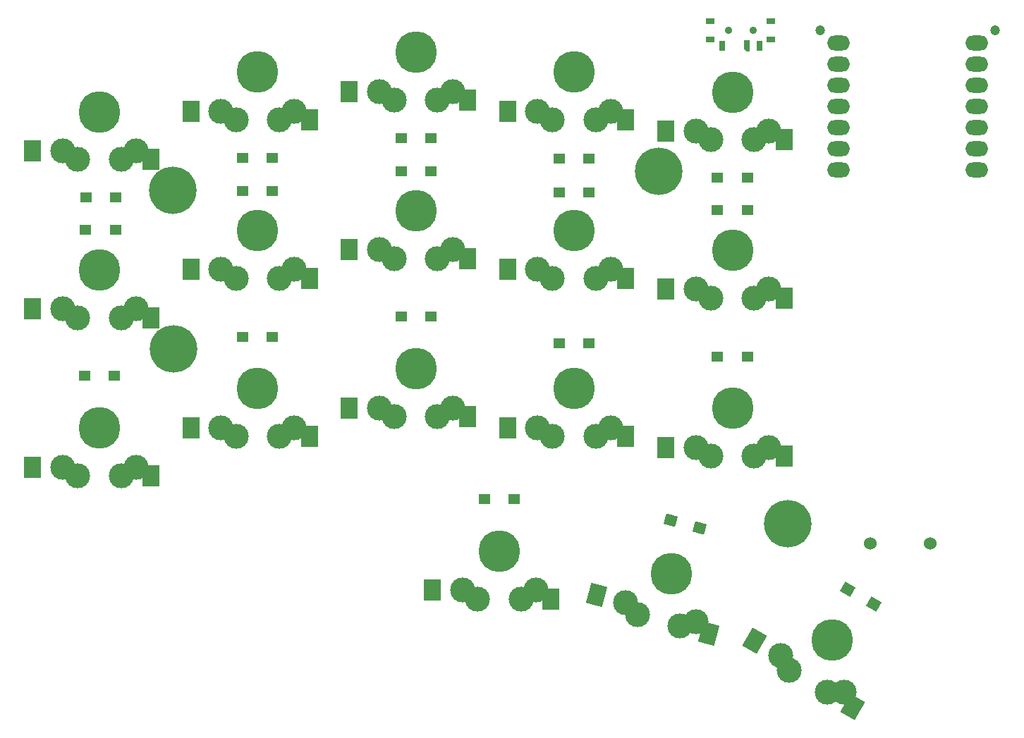
<source format=gbs>
%TF.GenerationSoftware,KiCad,Pcbnew,8.0.5*%
%TF.CreationDate,2024-10-10T02:33:46+03:00*%
%TF.ProjectId,1_3S,315f3353-2e6b-4696-9361-645f70636258,rev?*%
%TF.SameCoordinates,Original*%
%TF.FileFunction,Soldermask,Bot*%
%TF.FilePolarity,Negative*%
%FSLAX46Y46*%
G04 Gerber Fmt 4.6, Leading zero omitted, Abs format (unit mm)*
G04 Created by KiCad (PCBNEW 8.0.5) date 2024-10-10 02:33:46*
%MOMM*%
%LPD*%
G01*
G04 APERTURE LIST*
G04 Aperture macros list*
%AMRotRect*
0 Rectangle, with rotation*
0 The origin of the aperture is its center*
0 $1 length*
0 $2 width*
0 $3 Rotation angle, in degrees counterclockwise*
0 Add horizontal line*
21,1,$1,$2,0,0,$3*%
%AMOutline5P*
0 Free polygon, 5 corners , with rotation*
0 The origin of the aperture is its center*
0 number of corners: always 5*
0 $1 to $10 corner X, Y*
0 $11 Rotation angle, in degrees counterclockwise*
0 create outline with 5 corners*
4,1,5,$1,$2,$3,$4,$5,$6,$7,$8,$9,$10,$1,$2,$11*%
%AMOutline6P*
0 Free polygon, 6 corners , with rotation*
0 The origin of the aperture is its center*
0 number of corners: always 6*
0 $1 to $12 corner X, Y*
0 $13 Rotation angle, in degrees counterclockwise*
0 create outline with 6 corners*
4,1,6,$1,$2,$3,$4,$5,$6,$7,$8,$9,$10,$11,$12,$1,$2,$13*%
%AMOutline7P*
0 Free polygon, 7 corners , with rotation*
0 The origin of the aperture is its center*
0 number of corners: always 7*
0 $1 to $14 corner X, Y*
0 $15 Rotation angle, in degrees counterclockwise*
0 create outline with 7 corners*
4,1,7,$1,$2,$3,$4,$5,$6,$7,$8,$9,$10,$11,$12,$13,$14,$1,$2,$15*%
%AMOutline8P*
0 Free polygon, 8 corners , with rotation*
0 The origin of the aperture is its center*
0 number of corners: always 8*
0 $1 to $16 corner X, Y*
0 $17 Rotation angle, in degrees counterclockwise*
0 create outline with 8 corners*
4,1,8,$1,$2,$3,$4,$5,$6,$7,$8,$9,$10,$11,$12,$13,$14,$15,$16,$1,$2,$17*%
G04 Aperture macros list end*
%ADD10C,3.000000*%
%ADD11C,5.000000*%
%ADD12RotRect,2.000000X2.500000X330.000000*%
%ADD13R,2.000000X2.500000*%
%ADD14C,5.700000*%
%ADD15RotRect,2.000000X2.500000X345.000000*%
%ADD16C,1.524000*%
%ADD17RotRect,1.425000X1.300000X165.000000*%
%ADD18R,1.425000X1.300000*%
%ADD19RotRect,1.425000X1.300000X150.000000*%
%ADD20O,2.750000X1.800000*%
%ADD21C,1.200000*%
%ADD22R,1.000000X0.800000*%
%ADD23C,0.900000*%
%ADD24R,0.700000X1.280000*%
%ADD25Outline5P,-0.350000X0.640000X0.350000X0.640000X0.350000X-0.640000X-0.070000X-0.640000X-0.350000X-0.360000X0.000000*%
G04 APERTURE END LIST*
D10*
X185316752Y-132289492D03*
X186350598Y-134098819D03*
D11*
X191477264Y-130419173D03*
D10*
X190853930Y-136698819D03*
X192937776Y-136689492D03*
D12*
X182199061Y-130489492D03*
X193971622Y-138498819D03*
D10*
X118100000Y-85940970D03*
X119900000Y-86990970D03*
D11*
X122500000Y-81240970D03*
D10*
X125100000Y-86990970D03*
X126900000Y-85940970D03*
D13*
X114500000Y-85940970D03*
X128700000Y-86990970D03*
D14*
X112395000Y-95504000D03*
X112330434Y-76451869D03*
D10*
X166668553Y-125924234D03*
X168135459Y-127404330D03*
D11*
X172135076Y-122523186D03*
D10*
X173158274Y-128750189D03*
X175168700Y-128201841D03*
D15*
X163191220Y-124992485D03*
X176635607Y-129681938D03*
D10*
X99100000Y-71690970D03*
X100900000Y-72740970D03*
D11*
X103500000Y-66990970D03*
D10*
X106100000Y-72740970D03*
X107900000Y-71690970D03*
D13*
X95500000Y-71690970D03*
X109700000Y-72740970D03*
D14*
X186182152Y-116463137D03*
D10*
X156100000Y-66940970D03*
X157900000Y-67990970D03*
D11*
X160500000Y-62240970D03*
D10*
X163100000Y-67990970D03*
X164900000Y-66940970D03*
D13*
X152500000Y-66940970D03*
X166700000Y-67990970D03*
D10*
X118100000Y-104940970D03*
X119900000Y-105990970D03*
D11*
X122500000Y-100240970D03*
D10*
X125100000Y-105990970D03*
X126900000Y-104940970D03*
D13*
X114500000Y-104940970D03*
X128700000Y-105990970D03*
D10*
X175100000Y-88315970D03*
X176900000Y-89365970D03*
D11*
X179500000Y-83615970D03*
D10*
X182100000Y-89365970D03*
X183900000Y-88315970D03*
D13*
X171500000Y-88315970D03*
X185700000Y-89365970D03*
D10*
X175100000Y-69315970D03*
X176900000Y-70365970D03*
D11*
X179500000Y-64615970D03*
D10*
X182100000Y-70365970D03*
X183900000Y-69315970D03*
D13*
X171500000Y-69315970D03*
X185700000Y-70365970D03*
D10*
X156100000Y-104940970D03*
X157900000Y-105990970D03*
D11*
X160500000Y-100240970D03*
D10*
X163100000Y-105990970D03*
X164900000Y-104940970D03*
D13*
X152500000Y-104940970D03*
X166700000Y-105990970D03*
D10*
X156100000Y-85940970D03*
X157900000Y-86990970D03*
D11*
X160500000Y-81240970D03*
D10*
X163100000Y-86990970D03*
X164900000Y-85940970D03*
D13*
X152500000Y-85940970D03*
X166700000Y-86990970D03*
D16*
X196044000Y-118806000D03*
X203244000Y-118806000D03*
D10*
X118100000Y-66940970D03*
X119900000Y-67990970D03*
D11*
X122500000Y-62240970D03*
D10*
X125100000Y-67990970D03*
X126900000Y-66940970D03*
D13*
X114500000Y-66940970D03*
X128700000Y-67990970D03*
D10*
X175100000Y-107315970D03*
X176900000Y-108365970D03*
D11*
X179500000Y-102615970D03*
D10*
X182100000Y-108365970D03*
X183900000Y-107315970D03*
D13*
X171500000Y-107315970D03*
X185700000Y-108365970D03*
D10*
X99100000Y-90690970D03*
X100900000Y-91740970D03*
D11*
X103500000Y-85990970D03*
D10*
X106100000Y-91740970D03*
X107900000Y-90690970D03*
D13*
X95500000Y-90690970D03*
X109700000Y-91740970D03*
D10*
X137100000Y-64565970D03*
X138900000Y-65615970D03*
D11*
X141500000Y-59865970D03*
D10*
X144100000Y-65615970D03*
X145900000Y-64565970D03*
D13*
X133500000Y-64565970D03*
X147700000Y-65615970D03*
D10*
X147100000Y-124440700D03*
X148900000Y-125490700D03*
D11*
X151500000Y-119740700D03*
D10*
X154100000Y-125490700D03*
X155900000Y-124440700D03*
D13*
X143500000Y-124440700D03*
X157700000Y-125490700D03*
D10*
X137100000Y-102565970D03*
X138900000Y-103615970D03*
D11*
X141500000Y-97865970D03*
D10*
X144100000Y-103615970D03*
X145900000Y-102565970D03*
D13*
X133500000Y-102565970D03*
X147700000Y-103615970D03*
D10*
X99100000Y-109690970D03*
X100900000Y-110740970D03*
D11*
X103500000Y-104990970D03*
D10*
X106100000Y-110740970D03*
X107900000Y-109690970D03*
D13*
X95500000Y-109690970D03*
X109700000Y-110740970D03*
D14*
X170659127Y-74112173D03*
D10*
X137100000Y-83565970D03*
X138900000Y-84615970D03*
D11*
X141500000Y-78865970D03*
D10*
X144100000Y-84615970D03*
X145900000Y-83565970D03*
D13*
X133500000Y-83565970D03*
X147700000Y-84615970D03*
D17*
X175526592Y-116962639D03*
X172073408Y-116037361D03*
D18*
X181287500Y-96400000D03*
X177712500Y-96400000D03*
D19*
X196448020Y-126093750D03*
X193351980Y-124306250D03*
D18*
X153287500Y-113500000D03*
X149712500Y-113500000D03*
X105487500Y-77300000D03*
X101912500Y-77300000D03*
X105419500Y-81197000D03*
X101844500Y-81197000D03*
X162287500Y-94800000D03*
X158712500Y-94800000D03*
X181287500Y-74900000D03*
X177712500Y-74900000D03*
X181287500Y-78800000D03*
X177712500Y-78800000D03*
X143287500Y-70200000D03*
X139712500Y-70200000D03*
X143287500Y-74100000D03*
X139712500Y-74100000D03*
D20*
X192205040Y-58696046D03*
X192205040Y-61236046D03*
X192205040Y-63776046D03*
X192205040Y-66316046D03*
X192205040Y-68856046D03*
X192205040Y-71396046D03*
X192205040Y-73936046D03*
X208794960Y-73936046D03*
X208794960Y-71396046D03*
X208794960Y-68856046D03*
X208794960Y-66316046D03*
X208794960Y-63776046D03*
X208794960Y-61236046D03*
X208794960Y-58696046D03*
D21*
X190000000Y-57216046D03*
X211000000Y-57216046D03*
D18*
X162287500Y-72600000D03*
X158712500Y-72600000D03*
X124287500Y-72500000D03*
X120712500Y-72500000D03*
X143287500Y-91600000D03*
X139712500Y-91600000D03*
X162287500Y-76700000D03*
X158712500Y-76700000D03*
D22*
X184150000Y-58300970D03*
X184150000Y-56080970D03*
D23*
X182000000Y-57190970D03*
X179000000Y-57190970D03*
D22*
X176850000Y-58300970D03*
X176850000Y-56080970D03*
D24*
X182750000Y-59060970D03*
D25*
X181250000Y-59060970D03*
D24*
X178250000Y-59060970D03*
D18*
X124287500Y-76500000D03*
X120712500Y-76500000D03*
X124287500Y-94000000D03*
X120712500Y-94000000D03*
X105287500Y-98700000D03*
X101712500Y-98700000D03*
M02*

</source>
